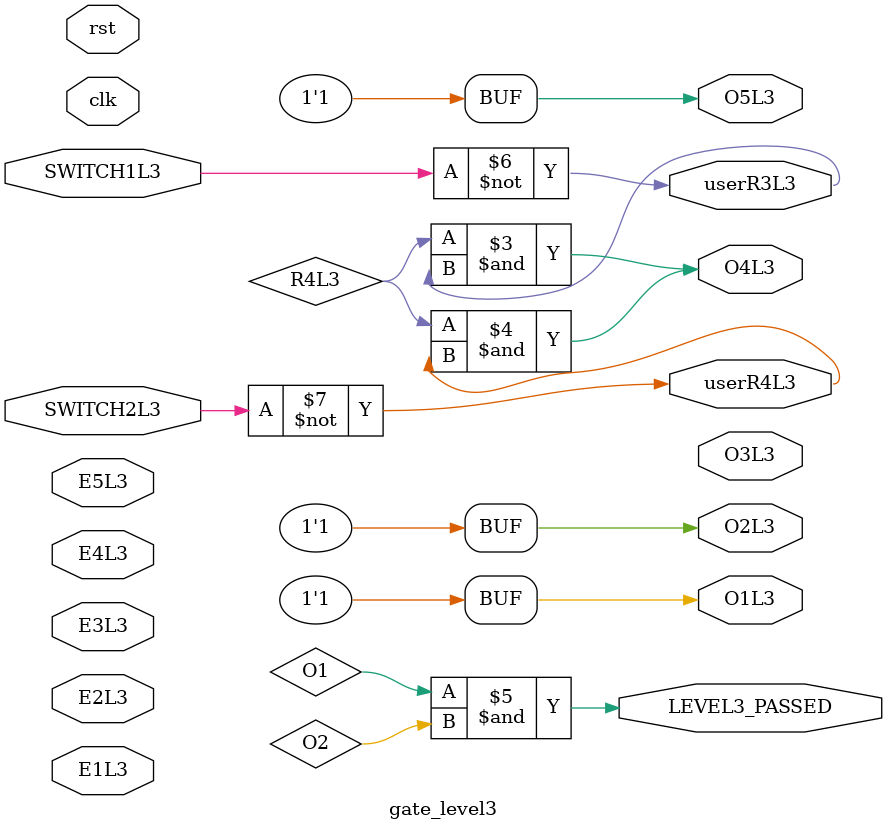
<source format=v>
module lfsr_5bit (
    input clk,    // Clock input
    input rst,    // Reset input
    output reg [4:0] lfsr_out  // 5-bit output
);

    wire feedback;

    // Feedback is taken from bits 5 and 3 (tap positions 4 and 2 in Verilog, 0-indexed)
    assign feedback = ~(lfsr_out[4] ^ lfsr_out[2]); 

    always @(posedge clk or posedge rst) begin
        if (rst) begin
            // On reset, set LFSR to a non-zero seed value
            lfsr_out <= 5'b00001;
        end else begin
            // Shift the LFSR and insert the feedback bit at position 4
            lfsr_out <= {lfsr_out[3:0], feedback};
        end
    end

endmodule

module level1(
    input wire R1, R2, R3, R4, R5,       //R : Random Input bits
    input wire E1, E2, E3, E4, E5,       //E : Expected Output bits
    output wire O1, O2, O3, O4, O5,      //O : Actual Output bits
    output wire LEVEL1_PASSED            //Equals to one if Level 1 is passed
);

    wire notE5, x2, R2S0, R2I0, R2I1, R2E, MUXR2, x3, R3S0, R3I0, R3I1, R3E, MUXR3, x4, R4S0, R4I0, R4I1, R4E, MUXR4;

    // Not gate for E5
    assign notE5 = ~E5;

    assign E1=1;
    assign E2=1;
    assign E3=1;
    assign E4=1;
    assign E5=0;

    // Output O1 is directly R1
    assign O1 = R1;

    // Logic for R2
    assign x2 = R2 & (~(R1 ^ E1));
    assign R2S0 = x2 ^ E2;
    assign R2I0 = x2; 
    assign R2I1 = E2;
    assign R2E = ~(R1 ^ E1);
    assign MUXR2 = R2E ? (R2S0 ? R2I1 : R2I0) : 1'b0; //Checking the R2 and  correcting it, if it's wrong
    // assign O2 = MUXR2; //R2 after correction
    assign O2 = 1'b1;

    // Logic for R3
    assign x3 = R3 & MUXR2;
    assign R3S0 = x3 ^ E3;
    assign R3I0 = x3;
    assign R3I1 = E3;
    assign R3E = MUXR2;
    assign MUXR3 = R3E ? (R3S0 ? R3I1 : R3I0) : 1'b0; //Checking the R3 and  correcting it, if it's wrong
    //assign O3 = MUXR3; //R3 after correction
    assign O3 = 1'b1;

    // Logic for R4
    assign x4 = R4 & MUXR3;
    assign R4S0 = x4 ^ E4;
    assign R4I0 = x4;
    assign R4I1 = E4;
    assign R4E = MUXR3;
    assign MUXR4 = R4E ? (R4S0 ? R4I1 : R4I0) : 1'b0; //Checking the R4 and  correcting it, if it's wrong
    assign O4 = 1'b1; //R4 after correction

    // Output O5 is directly R5
    //Since R5 is non-essential subsystem
    assign O5 = R5;

    // Passing condition for Level 1 :
    //All crucial subsystems(O1,O2,O3,O4) should be working
    //assign LEVEL1_PASSED = O1 & O2 & O3 & O4; 
    assign LEVEL1_PASSED = R1&1;

endmodule
module gate_level1(
    input wire R1, R2, R3, R4, R5,       //R : Random Input bits
    input wire E1, E2, E3, E4, E5,       //E : Expected Output bits
    output wire O1, O2, O3, O4, O5,      //O : Actual Output bits
    output wire LEVEL1_PASSED            //Equals to one if Level 1 is passed
);

    or(O1,R1,1'b1);
    or(O2,R2,1'b1);
    or(O3,R3,1'b1);
    or(O4,R4,1'b1);
    and(O5,R5,1'b1);
    and(LEVEL1_PASSED,O1,O2,O3,O4);

endmodule
module level2(
    input wire clk,          // Clock input
    input wire rst,          // Reset input
    input wire E1L2, E2L2, E3L2, E4L2, E5L2, // E: Expected Output bits
    input wire SWITCH1L2,    // Switch input for controlling R4L2
    output wire O1L2, O2L2, O3L2, O4L2, O5L2, // O: Actual Output bits
    output wire LEVEL2_PASSED, // Equals 1 if Level 2 is passed
    output wire userR4L2     // Output for turning on/off subsystem R4
);

    wire [4:0] lfsr_out;    // Output from the LFSR
    wire R1L2, R2L2, R3L2, R4L2, R5L2; // Random input bits taken from LFSR output

    // Instantiate the LFSR module
    lfsr_5bit lfsr_inst (
        .clk(clk),
        .rst(rst),
        .lfsr_out(lfsr_out)
    );

    // Assign LFSR outputs to the random input bits R1L2 to R5L2
    assign R1L2 = lfsr_out[0];
    assign R2L2 = lfsr_out[1];
    assign R3L2 = lfsr_out[2];
    assign R4L2 = lfsr_out[3];
    assign R5L2 = lfsr_out[4];

    wire notE5, x2, R2S0, R2I0, R2I1, R2E, MUXR2, x3, R3S0, R3I0, R3I1, R3E, MUXR3, x4, R4S0, R4I0, R4I1, R4E, MUXR4;

    // Not gate for E5L2
    assign notE5 = ~E5L2;

    assign E2L2=1;
    assign E1L2=1;
    assign E3L2=1;
    assign E4L2=0;
    assign E5L2=0;

    // Output O1L2 is directly R1L2
    assign O1L2 = R1L2;

    // Logic for R2L2
    assign x2 = R2L2 & (~(R1L2 ^ E1L2));
    assign R2S0 = x2 ^ E2L2;
    assign R2I0 = x2; // Correcting the undefined x1
    assign R2I1 = E2L2;
    assign R2E = ~(R1L2 ^ E1L2);
    assign MUXR2 = R2E ? (R2S0 ? R2I1 : R2I0) : 1'b0;   //Checking the R2L2 and  correcting it, if it's wrong
    //assign O2L2 = MUXR2;  //R2L2 after correction
    assign O2L2 = 1'b1;

    // Logic for R3L2
    assign x3 = R3L2 & MUXR2;
    assign R3S0 = x3 ^ E3L2;
    assign R3I0 = x3;
    assign R3I1 = E3L2;
    assign R3E = MUXR2;
    assign MUXR3 = R3E ? (R3S0 ? R3I1 : R3I0) : 1'b0;  //Checking the R3 and  correcting it, if it's wrong
    //assign O3L2 = MUXR3;  //R3L2 after correction
    assign O3L2 = 1'b1;

    // Logic for R4L2
    assign x4 = R4L2 & MUXR3;
    assign R4S0 = x4 ^ E4L2;
    assign R4I0 = x4;
    assign R4I1 = E4L2;
    assign R4E = SWITCH1L2;
    assign MUXR4 = R4E ? (R4S0 ? R4I1 : R4I0) : 1'b0;  //Checking the R4 and correcting it, if it's wrong
    //assign O4L2 = MUXR4;  //R4L2 after correction

    // Output O5L2 is directly R5L2
    assign O5L2 = R5L2;

    // Condition for R4L2 if the user wants to switch the subsystem off
    assign userR4L2 = (SWITCH1L2) ? 1 : 0;
    assign O4L2 = (userR4L2) ? 0 : R4L2;
    // Passing condition for Level 2:
    // All crucial subsystems (O1L2, O2L2, O3L2) should be working
    //assign LEVEL2_PASSED = O1L2 & O2L2 & O3L2;
    assign LEVEL2_PASSED = R1L2&1;

endmodule

module gate_level2(
    input wire clk,          // Clock input
    input wire rst,          // Reset input
    input wire E1L2, E2L2, E3L2, E4L2, E5L2, // E: Expected Output bits
    input wire SWITCH1L2,    // Switch input for controlling R4L2
    output wire O1L2, O2L2, O3L2, O4L2, O5L2, // O: Actual Output bits
    output wire LEVEL2_PASSED, // Equals 1 if Level 2 is passed
    output wire userR4L2               //Equals to one if Level 1 is passed
);

    or(O1L2,1'b1,R1L2);
    or(O2L2,R2L2,1'b1);
    or(O3L2,R3L2,1'b1);
    not(userR4L2,SWITCH1L2);
    and(O4L2,R4L2,userR4L2);
    and(O5L2,1'b1);
    and(LEVEL2_PASSED,O1,O2,O3);

endmodule
// Level 3 Module that uses LFSR outputs as input
module level3(
    input wire clk,          // Clock input
    input wire rst,          // Reset input
    input wire E1L3, E2L3, E3L3, E4L3, E5L3,  // E: Expected Output bits
    input wire SWITCH1L3,    // Switch input for controlling R4L3
    input wire SWITCH2L3,    // Switch input for controlling R3L3
    output wire O1L3, O2L3, O3L3, O4L3, O5L3, // O: Actual Output bits
    output wire LEVEL3_PASSED, // Equals 1 if Level 3 is passed
    output wire userR4L3,    // Output for turning on/off subsystem R4L3
    output wire userR3L3     // Output for turning on/off subsystem R3L3
);

    wire [4:0] lfsr_out;    // Output from the LFSR
    wire R1L3, R2L3, R3L3, R4L3, R5L3; // Random input bits taken from LFSR output

    // Instantiate the LFSR module
    lfsr_5bit lfsr_inst (
        .clk(clk),
        .rst(rst),
        .lfsr_out(lfsr_out)
    );

    // Assign LFSR outputs to the random input bits R1L3 to R5L3
    assign R1L3 = lfsr_out[0];
    assign R2L3 = lfsr_out[1];
    assign R3L3 = lfsr_out[2];
    assign R4L3 = lfsr_out[3];
    assign R5L3 = lfsr_out[4];

    wire notE5, x2, R2S0, R2I0, R2I1, R2E, MUXR2, x3, R3S0, R3I0, R3I1, R3E, MUXR3, x4, R4S0, R4I0, R4I1, R4E, MUXR4;

    // Not gate for E5L3
    assign notE5 = ~E5L3;

    assign E1L3=1;
    assign E2L3=1;
    assign E3L3=0;
    assign E4L3=0;
    assign E5L3=0;



    // Output O1L3 is directly R1L3
    assign O1L3 = R1L3;

    // Logic for R2L3
    assign x2 = R2L3 & (~(R1L3 ^ E1L3));
    assign R2S0 = x2 ^ E2L3;
    assign R2I0 = x2; // Correcting the undefined x1
    assign R2I1 = E2L3;
    assign R2E = ~(R1L3 ^ E1L3);
    assign MUXR2 = R2E ? (R2S0 ? R2I1 : R2I0) : 1'b0;   //Checking the R2L3 and correcting it if it's wrong
    //assign O2L3 = MUXR2;     //R2L3 after correction
    assign O2L3 = 1'b1;
    // Logic for R3L3
    assign x3 = R3L3 & MUXR2;
    assign R3S0 = x3 ^ E3L3;
    assign R3I0 = x3;
    assign R3I1 = E3L3;
    assign R3E = SWITCH2L3;
    assign MUXR3 = R3E ? (R3S0 ? R3I1 : R3I0) : 1'b0;   //Checking the R3L3 and correcting it if it's wrong  
    //assign O3L3 = MUXR3;    //R3L3 after correction

    // Logic for R4L3
    assign x4 = R4L3 & MUXR3;
    assign R4S0 = x4 ^ E4L3;
    assign R4I0 = x4;
    assign R4I1 = E4L3;
    assign R4E = SWITCH1L3;
    assign MUXR4 = R4E ? (R4S0 ? R4I1 : R4I0) : 1'b0;   //Checking the R4L3 and correcting it if it's wrong
    //assign O4L3 = MUXR4;  //R4L3 after correction

    // Output O5L3 is directly R5L3
    assign O5L3 = R5L3;

    // Conditions for switching subsystems R3L3 and R4L3 off
    assign userR3L3 = (SWITCH1L3) ? 1 : 0;
    assign userR4L3 = (SWITCH2L3) ? 1 : 0;
    assign O3L3 = (userR3L3) ? 0 : R3L3;
    assign O4L3 = (userR4L3) ? 0 : R4L3;

    // Passing condition for Level 3:
    // All crucial subsystems (O1L3, O2L3) should be working
    // assign LEVEL3_PASSED = O1L3 & O2L3;
    assign LEVEL3_PASSED = R1L3&1;
endmodule

module gate_level3(
    input wire clk,          // Clock input
    input wire rst,          // Reset input
    input wire E1L3, E2L3, E3L3, E4L3, E5L3,  // E: Expected Output bits
    input wire SWITCH1L3,    // Switch input for controlling R4L3
    input wire SWITCH2L3,    // Switch input for controlling R3L3
    output wire O1L3, O2L3, O3L3, O4L3, O5L3, // O: Actual Output bits
    output wire LEVEL3_PASSED, // Equals 1 if Level 3 is passed
    output wire userR4L3,    // Output for turning on/off subsystem R4L3
    output wire userR3L3              //Equals to one if Level 1 is passed
);

    or(O1L3,1'b1,R1L3);
    or(O2L3,R2L3,1'b1);
    not(userR3L3,SWITCH1L3);
    and(O4L3,R4L3,userR3L3);
    not(userR4L3,SWITCH2L3);
    and(O4L3,R4L3,userR4L3);
    and(O5L3,1'b1);
    and(LEVEL3_PASSED,O1,O2);

endmodule
</source>
